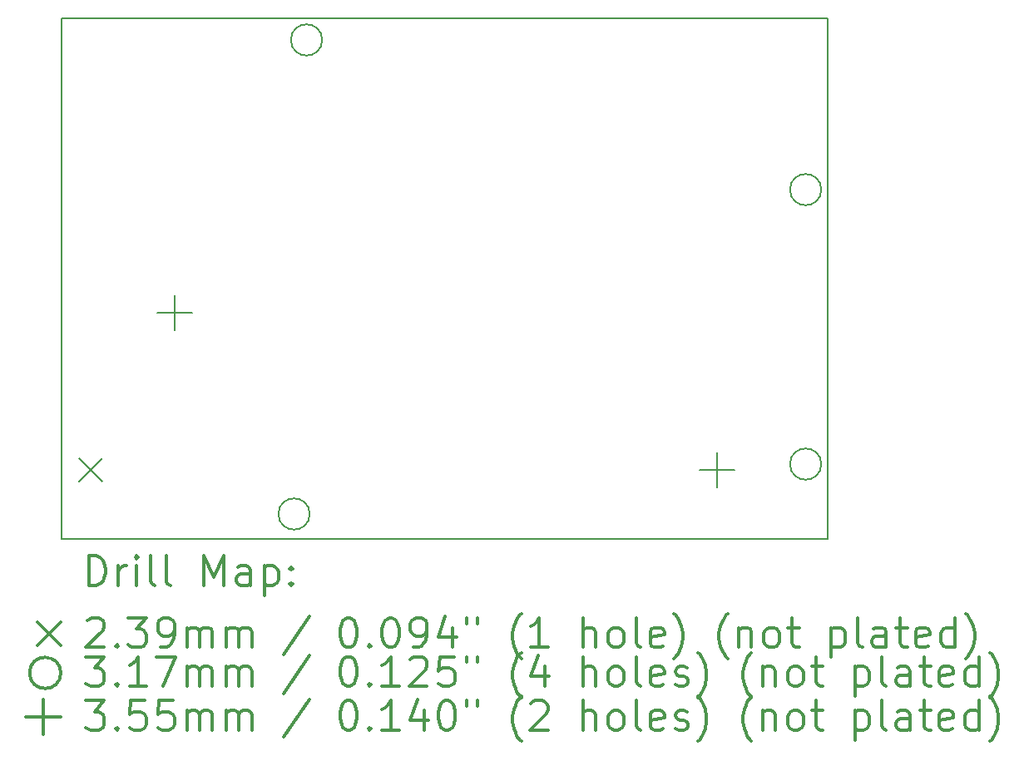
<source format=gbr>
%FSLAX45Y45*%
G04 Gerber Fmt 4.5, Leading zero omitted, Abs format (unit mm)*
G04 Created by KiCad (PCBNEW 5.0.2-bee76a0~70~ubuntu18.04.1) date Mi 12 Dez 2018 00:11:58 CET*
%MOMM*%
%LPD*%
G01*
G04 APERTURE LIST*
%ADD10C,0.150000*%
%ADD11C,0.200000*%
%ADD12C,0.300000*%
G04 APERTURE END LIST*
D10*
X12300000Y-13000000D02*
X12300000Y-7700000D01*
X4500000Y-7700000D02*
X4500000Y-13000000D01*
X12300000Y-7700000D02*
X4500000Y-7700000D01*
X4500000Y-13000000D02*
X12300000Y-13000000D01*
D11*
X4679500Y-12180500D02*
X4918500Y-12419500D01*
X4918500Y-12180500D02*
X4679500Y-12419500D01*
X7025750Y-12746000D02*
G75*
G03X7025750Y-12746000I-158750J0D01*
G01*
X7152750Y-7920000D02*
G75*
G03X7152750Y-7920000I-158750J0D01*
G01*
X12232750Y-9444000D02*
G75*
G03X12232750Y-9444000I-158750J0D01*
G01*
X12232750Y-12238000D02*
G75*
G03X12232750Y-12238000I-158750J0D01*
G01*
X5650000Y-10522500D02*
X5650000Y-10877500D01*
X5472500Y-10700000D02*
X5827500Y-10700000D01*
X11170000Y-12122500D02*
X11170000Y-12477500D01*
X10992500Y-12300000D02*
X11347500Y-12300000D01*
D12*
X4778928Y-13473214D02*
X4778928Y-13173214D01*
X4850357Y-13173214D01*
X4893214Y-13187500D01*
X4921786Y-13216071D01*
X4936071Y-13244643D01*
X4950357Y-13301786D01*
X4950357Y-13344643D01*
X4936071Y-13401786D01*
X4921786Y-13430357D01*
X4893214Y-13458929D01*
X4850357Y-13473214D01*
X4778928Y-13473214D01*
X5078928Y-13473214D02*
X5078928Y-13273214D01*
X5078928Y-13330357D02*
X5093214Y-13301786D01*
X5107500Y-13287500D01*
X5136071Y-13273214D01*
X5164643Y-13273214D01*
X5264643Y-13473214D02*
X5264643Y-13273214D01*
X5264643Y-13173214D02*
X5250357Y-13187500D01*
X5264643Y-13201786D01*
X5278928Y-13187500D01*
X5264643Y-13173214D01*
X5264643Y-13201786D01*
X5450357Y-13473214D02*
X5421786Y-13458929D01*
X5407500Y-13430357D01*
X5407500Y-13173214D01*
X5607500Y-13473214D02*
X5578928Y-13458929D01*
X5564643Y-13430357D01*
X5564643Y-13173214D01*
X5950357Y-13473214D02*
X5950357Y-13173214D01*
X6050357Y-13387500D01*
X6150357Y-13173214D01*
X6150357Y-13473214D01*
X6421786Y-13473214D02*
X6421786Y-13316071D01*
X6407500Y-13287500D01*
X6378928Y-13273214D01*
X6321786Y-13273214D01*
X6293214Y-13287500D01*
X6421786Y-13458929D02*
X6393214Y-13473214D01*
X6321786Y-13473214D01*
X6293214Y-13458929D01*
X6278928Y-13430357D01*
X6278928Y-13401786D01*
X6293214Y-13373214D01*
X6321786Y-13358929D01*
X6393214Y-13358929D01*
X6421786Y-13344643D01*
X6564643Y-13273214D02*
X6564643Y-13573214D01*
X6564643Y-13287500D02*
X6593214Y-13273214D01*
X6650357Y-13273214D01*
X6678928Y-13287500D01*
X6693214Y-13301786D01*
X6707500Y-13330357D01*
X6707500Y-13416071D01*
X6693214Y-13444643D01*
X6678928Y-13458929D01*
X6650357Y-13473214D01*
X6593214Y-13473214D01*
X6564643Y-13458929D01*
X6836071Y-13444643D02*
X6850357Y-13458929D01*
X6836071Y-13473214D01*
X6821786Y-13458929D01*
X6836071Y-13444643D01*
X6836071Y-13473214D01*
X6836071Y-13287500D02*
X6850357Y-13301786D01*
X6836071Y-13316071D01*
X6821786Y-13301786D01*
X6836071Y-13287500D01*
X6836071Y-13316071D01*
X4253500Y-13848000D02*
X4492500Y-14087000D01*
X4492500Y-13848000D02*
X4253500Y-14087000D01*
X4764643Y-13831786D02*
X4778928Y-13817500D01*
X4807500Y-13803214D01*
X4878928Y-13803214D01*
X4907500Y-13817500D01*
X4921786Y-13831786D01*
X4936071Y-13860357D01*
X4936071Y-13888929D01*
X4921786Y-13931786D01*
X4750357Y-14103214D01*
X4936071Y-14103214D01*
X5064643Y-14074643D02*
X5078928Y-14088929D01*
X5064643Y-14103214D01*
X5050357Y-14088929D01*
X5064643Y-14074643D01*
X5064643Y-14103214D01*
X5178928Y-13803214D02*
X5364643Y-13803214D01*
X5264643Y-13917500D01*
X5307500Y-13917500D01*
X5336071Y-13931786D01*
X5350357Y-13946071D01*
X5364643Y-13974643D01*
X5364643Y-14046071D01*
X5350357Y-14074643D01*
X5336071Y-14088929D01*
X5307500Y-14103214D01*
X5221786Y-14103214D01*
X5193214Y-14088929D01*
X5178928Y-14074643D01*
X5507500Y-14103214D02*
X5564643Y-14103214D01*
X5593214Y-14088929D01*
X5607500Y-14074643D01*
X5636071Y-14031786D01*
X5650357Y-13974643D01*
X5650357Y-13860357D01*
X5636071Y-13831786D01*
X5621786Y-13817500D01*
X5593214Y-13803214D01*
X5536071Y-13803214D01*
X5507500Y-13817500D01*
X5493214Y-13831786D01*
X5478928Y-13860357D01*
X5478928Y-13931786D01*
X5493214Y-13960357D01*
X5507500Y-13974643D01*
X5536071Y-13988929D01*
X5593214Y-13988929D01*
X5621786Y-13974643D01*
X5636071Y-13960357D01*
X5650357Y-13931786D01*
X5778928Y-14103214D02*
X5778928Y-13903214D01*
X5778928Y-13931786D02*
X5793214Y-13917500D01*
X5821786Y-13903214D01*
X5864643Y-13903214D01*
X5893214Y-13917500D01*
X5907500Y-13946071D01*
X5907500Y-14103214D01*
X5907500Y-13946071D02*
X5921786Y-13917500D01*
X5950357Y-13903214D01*
X5993214Y-13903214D01*
X6021786Y-13917500D01*
X6036071Y-13946071D01*
X6036071Y-14103214D01*
X6178928Y-14103214D02*
X6178928Y-13903214D01*
X6178928Y-13931786D02*
X6193214Y-13917500D01*
X6221786Y-13903214D01*
X6264643Y-13903214D01*
X6293214Y-13917500D01*
X6307500Y-13946071D01*
X6307500Y-14103214D01*
X6307500Y-13946071D02*
X6321786Y-13917500D01*
X6350357Y-13903214D01*
X6393214Y-13903214D01*
X6421786Y-13917500D01*
X6436071Y-13946071D01*
X6436071Y-14103214D01*
X7021786Y-13788929D02*
X6764643Y-14174643D01*
X7407500Y-13803214D02*
X7436071Y-13803214D01*
X7464643Y-13817500D01*
X7478928Y-13831786D01*
X7493214Y-13860357D01*
X7507500Y-13917500D01*
X7507500Y-13988929D01*
X7493214Y-14046071D01*
X7478928Y-14074643D01*
X7464643Y-14088929D01*
X7436071Y-14103214D01*
X7407500Y-14103214D01*
X7378928Y-14088929D01*
X7364643Y-14074643D01*
X7350357Y-14046071D01*
X7336071Y-13988929D01*
X7336071Y-13917500D01*
X7350357Y-13860357D01*
X7364643Y-13831786D01*
X7378928Y-13817500D01*
X7407500Y-13803214D01*
X7636071Y-14074643D02*
X7650357Y-14088929D01*
X7636071Y-14103214D01*
X7621786Y-14088929D01*
X7636071Y-14074643D01*
X7636071Y-14103214D01*
X7836071Y-13803214D02*
X7864643Y-13803214D01*
X7893214Y-13817500D01*
X7907500Y-13831786D01*
X7921786Y-13860357D01*
X7936071Y-13917500D01*
X7936071Y-13988929D01*
X7921786Y-14046071D01*
X7907500Y-14074643D01*
X7893214Y-14088929D01*
X7864643Y-14103214D01*
X7836071Y-14103214D01*
X7807500Y-14088929D01*
X7793214Y-14074643D01*
X7778928Y-14046071D01*
X7764643Y-13988929D01*
X7764643Y-13917500D01*
X7778928Y-13860357D01*
X7793214Y-13831786D01*
X7807500Y-13817500D01*
X7836071Y-13803214D01*
X8078928Y-14103214D02*
X8136071Y-14103214D01*
X8164643Y-14088929D01*
X8178928Y-14074643D01*
X8207500Y-14031786D01*
X8221786Y-13974643D01*
X8221786Y-13860357D01*
X8207500Y-13831786D01*
X8193214Y-13817500D01*
X8164643Y-13803214D01*
X8107500Y-13803214D01*
X8078928Y-13817500D01*
X8064643Y-13831786D01*
X8050357Y-13860357D01*
X8050357Y-13931786D01*
X8064643Y-13960357D01*
X8078928Y-13974643D01*
X8107500Y-13988929D01*
X8164643Y-13988929D01*
X8193214Y-13974643D01*
X8207500Y-13960357D01*
X8221786Y-13931786D01*
X8478928Y-13903214D02*
X8478928Y-14103214D01*
X8407500Y-13788929D02*
X8336071Y-14003214D01*
X8521786Y-14003214D01*
X8621786Y-13803214D02*
X8621786Y-13860357D01*
X8736071Y-13803214D02*
X8736071Y-13860357D01*
X9178928Y-14217500D02*
X9164643Y-14203214D01*
X9136071Y-14160357D01*
X9121786Y-14131786D01*
X9107500Y-14088929D01*
X9093214Y-14017500D01*
X9093214Y-13960357D01*
X9107500Y-13888929D01*
X9121786Y-13846071D01*
X9136071Y-13817500D01*
X9164643Y-13774643D01*
X9178928Y-13760357D01*
X9450357Y-14103214D02*
X9278928Y-14103214D01*
X9364643Y-14103214D02*
X9364643Y-13803214D01*
X9336071Y-13846071D01*
X9307500Y-13874643D01*
X9278928Y-13888929D01*
X9807500Y-14103214D02*
X9807500Y-13803214D01*
X9936071Y-14103214D02*
X9936071Y-13946071D01*
X9921786Y-13917500D01*
X9893214Y-13903214D01*
X9850357Y-13903214D01*
X9821786Y-13917500D01*
X9807500Y-13931786D01*
X10121786Y-14103214D02*
X10093214Y-14088929D01*
X10078928Y-14074643D01*
X10064643Y-14046071D01*
X10064643Y-13960357D01*
X10078928Y-13931786D01*
X10093214Y-13917500D01*
X10121786Y-13903214D01*
X10164643Y-13903214D01*
X10193214Y-13917500D01*
X10207500Y-13931786D01*
X10221786Y-13960357D01*
X10221786Y-14046071D01*
X10207500Y-14074643D01*
X10193214Y-14088929D01*
X10164643Y-14103214D01*
X10121786Y-14103214D01*
X10393214Y-14103214D02*
X10364643Y-14088929D01*
X10350357Y-14060357D01*
X10350357Y-13803214D01*
X10621786Y-14088929D02*
X10593214Y-14103214D01*
X10536071Y-14103214D01*
X10507500Y-14088929D01*
X10493214Y-14060357D01*
X10493214Y-13946071D01*
X10507500Y-13917500D01*
X10536071Y-13903214D01*
X10593214Y-13903214D01*
X10621786Y-13917500D01*
X10636071Y-13946071D01*
X10636071Y-13974643D01*
X10493214Y-14003214D01*
X10736071Y-14217500D02*
X10750357Y-14203214D01*
X10778928Y-14160357D01*
X10793214Y-14131786D01*
X10807500Y-14088929D01*
X10821786Y-14017500D01*
X10821786Y-13960357D01*
X10807500Y-13888929D01*
X10793214Y-13846071D01*
X10778928Y-13817500D01*
X10750357Y-13774643D01*
X10736071Y-13760357D01*
X11278928Y-14217500D02*
X11264643Y-14203214D01*
X11236071Y-14160357D01*
X11221786Y-14131786D01*
X11207500Y-14088929D01*
X11193214Y-14017500D01*
X11193214Y-13960357D01*
X11207500Y-13888929D01*
X11221786Y-13846071D01*
X11236071Y-13817500D01*
X11264643Y-13774643D01*
X11278928Y-13760357D01*
X11393214Y-13903214D02*
X11393214Y-14103214D01*
X11393214Y-13931786D02*
X11407500Y-13917500D01*
X11436071Y-13903214D01*
X11478928Y-13903214D01*
X11507500Y-13917500D01*
X11521786Y-13946071D01*
X11521786Y-14103214D01*
X11707500Y-14103214D02*
X11678928Y-14088929D01*
X11664643Y-14074643D01*
X11650357Y-14046071D01*
X11650357Y-13960357D01*
X11664643Y-13931786D01*
X11678928Y-13917500D01*
X11707500Y-13903214D01*
X11750357Y-13903214D01*
X11778928Y-13917500D01*
X11793214Y-13931786D01*
X11807500Y-13960357D01*
X11807500Y-14046071D01*
X11793214Y-14074643D01*
X11778928Y-14088929D01*
X11750357Y-14103214D01*
X11707500Y-14103214D01*
X11893214Y-13903214D02*
X12007500Y-13903214D01*
X11936071Y-13803214D02*
X11936071Y-14060357D01*
X11950357Y-14088929D01*
X11978928Y-14103214D01*
X12007500Y-14103214D01*
X12336071Y-13903214D02*
X12336071Y-14203214D01*
X12336071Y-13917500D02*
X12364643Y-13903214D01*
X12421786Y-13903214D01*
X12450357Y-13917500D01*
X12464643Y-13931786D01*
X12478928Y-13960357D01*
X12478928Y-14046071D01*
X12464643Y-14074643D01*
X12450357Y-14088929D01*
X12421786Y-14103214D01*
X12364643Y-14103214D01*
X12336071Y-14088929D01*
X12650357Y-14103214D02*
X12621786Y-14088929D01*
X12607500Y-14060357D01*
X12607500Y-13803214D01*
X12893214Y-14103214D02*
X12893214Y-13946071D01*
X12878928Y-13917500D01*
X12850357Y-13903214D01*
X12793214Y-13903214D01*
X12764643Y-13917500D01*
X12893214Y-14088929D02*
X12864643Y-14103214D01*
X12793214Y-14103214D01*
X12764643Y-14088929D01*
X12750357Y-14060357D01*
X12750357Y-14031786D01*
X12764643Y-14003214D01*
X12793214Y-13988929D01*
X12864643Y-13988929D01*
X12893214Y-13974643D01*
X12993214Y-13903214D02*
X13107500Y-13903214D01*
X13036071Y-13803214D02*
X13036071Y-14060357D01*
X13050357Y-14088929D01*
X13078928Y-14103214D01*
X13107500Y-14103214D01*
X13321786Y-14088929D02*
X13293214Y-14103214D01*
X13236071Y-14103214D01*
X13207500Y-14088929D01*
X13193214Y-14060357D01*
X13193214Y-13946071D01*
X13207500Y-13917500D01*
X13236071Y-13903214D01*
X13293214Y-13903214D01*
X13321786Y-13917500D01*
X13336071Y-13946071D01*
X13336071Y-13974643D01*
X13193214Y-14003214D01*
X13593214Y-14103214D02*
X13593214Y-13803214D01*
X13593214Y-14088929D02*
X13564643Y-14103214D01*
X13507500Y-14103214D01*
X13478928Y-14088929D01*
X13464643Y-14074643D01*
X13450357Y-14046071D01*
X13450357Y-13960357D01*
X13464643Y-13931786D01*
X13478928Y-13917500D01*
X13507500Y-13903214D01*
X13564643Y-13903214D01*
X13593214Y-13917500D01*
X13707500Y-14217500D02*
X13721786Y-14203214D01*
X13750357Y-14160357D01*
X13764643Y-14131786D01*
X13778928Y-14088929D01*
X13793214Y-14017500D01*
X13793214Y-13960357D01*
X13778928Y-13888929D01*
X13764643Y-13846071D01*
X13750357Y-13817500D01*
X13721786Y-13774643D01*
X13707500Y-13760357D01*
X4492500Y-14363500D02*
G75*
G03X4492500Y-14363500I-158750J0D01*
G01*
X4750357Y-14199214D02*
X4936071Y-14199214D01*
X4836071Y-14313500D01*
X4878928Y-14313500D01*
X4907500Y-14327786D01*
X4921786Y-14342071D01*
X4936071Y-14370643D01*
X4936071Y-14442071D01*
X4921786Y-14470643D01*
X4907500Y-14484929D01*
X4878928Y-14499214D01*
X4793214Y-14499214D01*
X4764643Y-14484929D01*
X4750357Y-14470643D01*
X5064643Y-14470643D02*
X5078928Y-14484929D01*
X5064643Y-14499214D01*
X5050357Y-14484929D01*
X5064643Y-14470643D01*
X5064643Y-14499214D01*
X5364643Y-14499214D02*
X5193214Y-14499214D01*
X5278928Y-14499214D02*
X5278928Y-14199214D01*
X5250357Y-14242071D01*
X5221786Y-14270643D01*
X5193214Y-14284929D01*
X5464643Y-14199214D02*
X5664643Y-14199214D01*
X5536071Y-14499214D01*
X5778928Y-14499214D02*
X5778928Y-14299214D01*
X5778928Y-14327786D02*
X5793214Y-14313500D01*
X5821786Y-14299214D01*
X5864643Y-14299214D01*
X5893214Y-14313500D01*
X5907500Y-14342071D01*
X5907500Y-14499214D01*
X5907500Y-14342071D02*
X5921786Y-14313500D01*
X5950357Y-14299214D01*
X5993214Y-14299214D01*
X6021786Y-14313500D01*
X6036071Y-14342071D01*
X6036071Y-14499214D01*
X6178928Y-14499214D02*
X6178928Y-14299214D01*
X6178928Y-14327786D02*
X6193214Y-14313500D01*
X6221786Y-14299214D01*
X6264643Y-14299214D01*
X6293214Y-14313500D01*
X6307500Y-14342071D01*
X6307500Y-14499214D01*
X6307500Y-14342071D02*
X6321786Y-14313500D01*
X6350357Y-14299214D01*
X6393214Y-14299214D01*
X6421786Y-14313500D01*
X6436071Y-14342071D01*
X6436071Y-14499214D01*
X7021786Y-14184929D02*
X6764643Y-14570643D01*
X7407500Y-14199214D02*
X7436071Y-14199214D01*
X7464643Y-14213500D01*
X7478928Y-14227786D01*
X7493214Y-14256357D01*
X7507500Y-14313500D01*
X7507500Y-14384929D01*
X7493214Y-14442071D01*
X7478928Y-14470643D01*
X7464643Y-14484929D01*
X7436071Y-14499214D01*
X7407500Y-14499214D01*
X7378928Y-14484929D01*
X7364643Y-14470643D01*
X7350357Y-14442071D01*
X7336071Y-14384929D01*
X7336071Y-14313500D01*
X7350357Y-14256357D01*
X7364643Y-14227786D01*
X7378928Y-14213500D01*
X7407500Y-14199214D01*
X7636071Y-14470643D02*
X7650357Y-14484929D01*
X7636071Y-14499214D01*
X7621786Y-14484929D01*
X7636071Y-14470643D01*
X7636071Y-14499214D01*
X7936071Y-14499214D02*
X7764643Y-14499214D01*
X7850357Y-14499214D02*
X7850357Y-14199214D01*
X7821786Y-14242071D01*
X7793214Y-14270643D01*
X7764643Y-14284929D01*
X8050357Y-14227786D02*
X8064643Y-14213500D01*
X8093214Y-14199214D01*
X8164643Y-14199214D01*
X8193214Y-14213500D01*
X8207500Y-14227786D01*
X8221786Y-14256357D01*
X8221786Y-14284929D01*
X8207500Y-14327786D01*
X8036071Y-14499214D01*
X8221786Y-14499214D01*
X8493214Y-14199214D02*
X8350357Y-14199214D01*
X8336071Y-14342071D01*
X8350357Y-14327786D01*
X8378928Y-14313500D01*
X8450357Y-14313500D01*
X8478928Y-14327786D01*
X8493214Y-14342071D01*
X8507500Y-14370643D01*
X8507500Y-14442071D01*
X8493214Y-14470643D01*
X8478928Y-14484929D01*
X8450357Y-14499214D01*
X8378928Y-14499214D01*
X8350357Y-14484929D01*
X8336071Y-14470643D01*
X8621786Y-14199214D02*
X8621786Y-14256357D01*
X8736071Y-14199214D02*
X8736071Y-14256357D01*
X9178928Y-14613500D02*
X9164643Y-14599214D01*
X9136071Y-14556357D01*
X9121786Y-14527786D01*
X9107500Y-14484929D01*
X9093214Y-14413500D01*
X9093214Y-14356357D01*
X9107500Y-14284929D01*
X9121786Y-14242071D01*
X9136071Y-14213500D01*
X9164643Y-14170643D01*
X9178928Y-14156357D01*
X9421786Y-14299214D02*
X9421786Y-14499214D01*
X9350357Y-14184929D02*
X9278928Y-14399214D01*
X9464643Y-14399214D01*
X9807500Y-14499214D02*
X9807500Y-14199214D01*
X9936071Y-14499214D02*
X9936071Y-14342071D01*
X9921786Y-14313500D01*
X9893214Y-14299214D01*
X9850357Y-14299214D01*
X9821786Y-14313500D01*
X9807500Y-14327786D01*
X10121786Y-14499214D02*
X10093214Y-14484929D01*
X10078928Y-14470643D01*
X10064643Y-14442071D01*
X10064643Y-14356357D01*
X10078928Y-14327786D01*
X10093214Y-14313500D01*
X10121786Y-14299214D01*
X10164643Y-14299214D01*
X10193214Y-14313500D01*
X10207500Y-14327786D01*
X10221786Y-14356357D01*
X10221786Y-14442071D01*
X10207500Y-14470643D01*
X10193214Y-14484929D01*
X10164643Y-14499214D01*
X10121786Y-14499214D01*
X10393214Y-14499214D02*
X10364643Y-14484929D01*
X10350357Y-14456357D01*
X10350357Y-14199214D01*
X10621786Y-14484929D02*
X10593214Y-14499214D01*
X10536071Y-14499214D01*
X10507500Y-14484929D01*
X10493214Y-14456357D01*
X10493214Y-14342071D01*
X10507500Y-14313500D01*
X10536071Y-14299214D01*
X10593214Y-14299214D01*
X10621786Y-14313500D01*
X10636071Y-14342071D01*
X10636071Y-14370643D01*
X10493214Y-14399214D01*
X10750357Y-14484929D02*
X10778928Y-14499214D01*
X10836071Y-14499214D01*
X10864643Y-14484929D01*
X10878928Y-14456357D01*
X10878928Y-14442071D01*
X10864643Y-14413500D01*
X10836071Y-14399214D01*
X10793214Y-14399214D01*
X10764643Y-14384929D01*
X10750357Y-14356357D01*
X10750357Y-14342071D01*
X10764643Y-14313500D01*
X10793214Y-14299214D01*
X10836071Y-14299214D01*
X10864643Y-14313500D01*
X10978928Y-14613500D02*
X10993214Y-14599214D01*
X11021786Y-14556357D01*
X11036071Y-14527786D01*
X11050357Y-14484929D01*
X11064643Y-14413500D01*
X11064643Y-14356357D01*
X11050357Y-14284929D01*
X11036071Y-14242071D01*
X11021786Y-14213500D01*
X10993214Y-14170643D01*
X10978928Y-14156357D01*
X11521786Y-14613500D02*
X11507500Y-14599214D01*
X11478928Y-14556357D01*
X11464643Y-14527786D01*
X11450357Y-14484929D01*
X11436071Y-14413500D01*
X11436071Y-14356357D01*
X11450357Y-14284929D01*
X11464643Y-14242071D01*
X11478928Y-14213500D01*
X11507500Y-14170643D01*
X11521786Y-14156357D01*
X11636071Y-14299214D02*
X11636071Y-14499214D01*
X11636071Y-14327786D02*
X11650357Y-14313500D01*
X11678928Y-14299214D01*
X11721786Y-14299214D01*
X11750357Y-14313500D01*
X11764643Y-14342071D01*
X11764643Y-14499214D01*
X11950357Y-14499214D02*
X11921786Y-14484929D01*
X11907500Y-14470643D01*
X11893214Y-14442071D01*
X11893214Y-14356357D01*
X11907500Y-14327786D01*
X11921786Y-14313500D01*
X11950357Y-14299214D01*
X11993214Y-14299214D01*
X12021786Y-14313500D01*
X12036071Y-14327786D01*
X12050357Y-14356357D01*
X12050357Y-14442071D01*
X12036071Y-14470643D01*
X12021786Y-14484929D01*
X11993214Y-14499214D01*
X11950357Y-14499214D01*
X12136071Y-14299214D02*
X12250357Y-14299214D01*
X12178928Y-14199214D02*
X12178928Y-14456357D01*
X12193214Y-14484929D01*
X12221786Y-14499214D01*
X12250357Y-14499214D01*
X12578928Y-14299214D02*
X12578928Y-14599214D01*
X12578928Y-14313500D02*
X12607500Y-14299214D01*
X12664643Y-14299214D01*
X12693214Y-14313500D01*
X12707500Y-14327786D01*
X12721786Y-14356357D01*
X12721786Y-14442071D01*
X12707500Y-14470643D01*
X12693214Y-14484929D01*
X12664643Y-14499214D01*
X12607500Y-14499214D01*
X12578928Y-14484929D01*
X12893214Y-14499214D02*
X12864643Y-14484929D01*
X12850357Y-14456357D01*
X12850357Y-14199214D01*
X13136071Y-14499214D02*
X13136071Y-14342071D01*
X13121786Y-14313500D01*
X13093214Y-14299214D01*
X13036071Y-14299214D01*
X13007500Y-14313500D01*
X13136071Y-14484929D02*
X13107500Y-14499214D01*
X13036071Y-14499214D01*
X13007500Y-14484929D01*
X12993214Y-14456357D01*
X12993214Y-14427786D01*
X13007500Y-14399214D01*
X13036071Y-14384929D01*
X13107500Y-14384929D01*
X13136071Y-14370643D01*
X13236071Y-14299214D02*
X13350357Y-14299214D01*
X13278928Y-14199214D02*
X13278928Y-14456357D01*
X13293214Y-14484929D01*
X13321786Y-14499214D01*
X13350357Y-14499214D01*
X13564643Y-14484929D02*
X13536071Y-14499214D01*
X13478928Y-14499214D01*
X13450357Y-14484929D01*
X13436071Y-14456357D01*
X13436071Y-14342071D01*
X13450357Y-14313500D01*
X13478928Y-14299214D01*
X13536071Y-14299214D01*
X13564643Y-14313500D01*
X13578928Y-14342071D01*
X13578928Y-14370643D01*
X13436071Y-14399214D01*
X13836071Y-14499214D02*
X13836071Y-14199214D01*
X13836071Y-14484929D02*
X13807500Y-14499214D01*
X13750357Y-14499214D01*
X13721786Y-14484929D01*
X13707500Y-14470643D01*
X13693214Y-14442071D01*
X13693214Y-14356357D01*
X13707500Y-14327786D01*
X13721786Y-14313500D01*
X13750357Y-14299214D01*
X13807500Y-14299214D01*
X13836071Y-14313500D01*
X13950357Y-14613500D02*
X13964643Y-14599214D01*
X13993214Y-14556357D01*
X14007500Y-14527786D01*
X14021786Y-14484929D01*
X14036071Y-14413500D01*
X14036071Y-14356357D01*
X14021786Y-14284929D01*
X14007500Y-14242071D01*
X13993214Y-14213500D01*
X13964643Y-14170643D01*
X13950357Y-14156357D01*
X4315000Y-14633500D02*
X4315000Y-14988500D01*
X4137500Y-14811000D02*
X4492500Y-14811000D01*
X4750357Y-14646714D02*
X4936071Y-14646714D01*
X4836071Y-14761000D01*
X4878928Y-14761000D01*
X4907500Y-14775286D01*
X4921786Y-14789571D01*
X4936071Y-14818143D01*
X4936071Y-14889571D01*
X4921786Y-14918143D01*
X4907500Y-14932429D01*
X4878928Y-14946714D01*
X4793214Y-14946714D01*
X4764643Y-14932429D01*
X4750357Y-14918143D01*
X5064643Y-14918143D02*
X5078928Y-14932429D01*
X5064643Y-14946714D01*
X5050357Y-14932429D01*
X5064643Y-14918143D01*
X5064643Y-14946714D01*
X5350357Y-14646714D02*
X5207500Y-14646714D01*
X5193214Y-14789571D01*
X5207500Y-14775286D01*
X5236071Y-14761000D01*
X5307500Y-14761000D01*
X5336071Y-14775286D01*
X5350357Y-14789571D01*
X5364643Y-14818143D01*
X5364643Y-14889571D01*
X5350357Y-14918143D01*
X5336071Y-14932429D01*
X5307500Y-14946714D01*
X5236071Y-14946714D01*
X5207500Y-14932429D01*
X5193214Y-14918143D01*
X5636071Y-14646714D02*
X5493214Y-14646714D01*
X5478928Y-14789571D01*
X5493214Y-14775286D01*
X5521786Y-14761000D01*
X5593214Y-14761000D01*
X5621786Y-14775286D01*
X5636071Y-14789571D01*
X5650357Y-14818143D01*
X5650357Y-14889571D01*
X5636071Y-14918143D01*
X5621786Y-14932429D01*
X5593214Y-14946714D01*
X5521786Y-14946714D01*
X5493214Y-14932429D01*
X5478928Y-14918143D01*
X5778928Y-14946714D02*
X5778928Y-14746714D01*
X5778928Y-14775286D02*
X5793214Y-14761000D01*
X5821786Y-14746714D01*
X5864643Y-14746714D01*
X5893214Y-14761000D01*
X5907500Y-14789571D01*
X5907500Y-14946714D01*
X5907500Y-14789571D02*
X5921786Y-14761000D01*
X5950357Y-14746714D01*
X5993214Y-14746714D01*
X6021786Y-14761000D01*
X6036071Y-14789571D01*
X6036071Y-14946714D01*
X6178928Y-14946714D02*
X6178928Y-14746714D01*
X6178928Y-14775286D02*
X6193214Y-14761000D01*
X6221786Y-14746714D01*
X6264643Y-14746714D01*
X6293214Y-14761000D01*
X6307500Y-14789571D01*
X6307500Y-14946714D01*
X6307500Y-14789571D02*
X6321786Y-14761000D01*
X6350357Y-14746714D01*
X6393214Y-14746714D01*
X6421786Y-14761000D01*
X6436071Y-14789571D01*
X6436071Y-14946714D01*
X7021786Y-14632429D02*
X6764643Y-15018143D01*
X7407500Y-14646714D02*
X7436071Y-14646714D01*
X7464643Y-14661000D01*
X7478928Y-14675286D01*
X7493214Y-14703857D01*
X7507500Y-14761000D01*
X7507500Y-14832429D01*
X7493214Y-14889571D01*
X7478928Y-14918143D01*
X7464643Y-14932429D01*
X7436071Y-14946714D01*
X7407500Y-14946714D01*
X7378928Y-14932429D01*
X7364643Y-14918143D01*
X7350357Y-14889571D01*
X7336071Y-14832429D01*
X7336071Y-14761000D01*
X7350357Y-14703857D01*
X7364643Y-14675286D01*
X7378928Y-14661000D01*
X7407500Y-14646714D01*
X7636071Y-14918143D02*
X7650357Y-14932429D01*
X7636071Y-14946714D01*
X7621786Y-14932429D01*
X7636071Y-14918143D01*
X7636071Y-14946714D01*
X7936071Y-14946714D02*
X7764643Y-14946714D01*
X7850357Y-14946714D02*
X7850357Y-14646714D01*
X7821786Y-14689571D01*
X7793214Y-14718143D01*
X7764643Y-14732429D01*
X8193214Y-14746714D02*
X8193214Y-14946714D01*
X8121786Y-14632429D02*
X8050357Y-14846714D01*
X8236071Y-14846714D01*
X8407500Y-14646714D02*
X8436071Y-14646714D01*
X8464643Y-14661000D01*
X8478928Y-14675286D01*
X8493214Y-14703857D01*
X8507500Y-14761000D01*
X8507500Y-14832429D01*
X8493214Y-14889571D01*
X8478928Y-14918143D01*
X8464643Y-14932429D01*
X8436071Y-14946714D01*
X8407500Y-14946714D01*
X8378928Y-14932429D01*
X8364643Y-14918143D01*
X8350357Y-14889571D01*
X8336071Y-14832429D01*
X8336071Y-14761000D01*
X8350357Y-14703857D01*
X8364643Y-14675286D01*
X8378928Y-14661000D01*
X8407500Y-14646714D01*
X8621786Y-14646714D02*
X8621786Y-14703857D01*
X8736071Y-14646714D02*
X8736071Y-14703857D01*
X9178928Y-15061000D02*
X9164643Y-15046714D01*
X9136071Y-15003857D01*
X9121786Y-14975286D01*
X9107500Y-14932429D01*
X9093214Y-14861000D01*
X9093214Y-14803857D01*
X9107500Y-14732429D01*
X9121786Y-14689571D01*
X9136071Y-14661000D01*
X9164643Y-14618143D01*
X9178928Y-14603857D01*
X9278928Y-14675286D02*
X9293214Y-14661000D01*
X9321786Y-14646714D01*
X9393214Y-14646714D01*
X9421786Y-14661000D01*
X9436071Y-14675286D01*
X9450357Y-14703857D01*
X9450357Y-14732429D01*
X9436071Y-14775286D01*
X9264643Y-14946714D01*
X9450357Y-14946714D01*
X9807500Y-14946714D02*
X9807500Y-14646714D01*
X9936071Y-14946714D02*
X9936071Y-14789571D01*
X9921786Y-14761000D01*
X9893214Y-14746714D01*
X9850357Y-14746714D01*
X9821786Y-14761000D01*
X9807500Y-14775286D01*
X10121786Y-14946714D02*
X10093214Y-14932429D01*
X10078928Y-14918143D01*
X10064643Y-14889571D01*
X10064643Y-14803857D01*
X10078928Y-14775286D01*
X10093214Y-14761000D01*
X10121786Y-14746714D01*
X10164643Y-14746714D01*
X10193214Y-14761000D01*
X10207500Y-14775286D01*
X10221786Y-14803857D01*
X10221786Y-14889571D01*
X10207500Y-14918143D01*
X10193214Y-14932429D01*
X10164643Y-14946714D01*
X10121786Y-14946714D01*
X10393214Y-14946714D02*
X10364643Y-14932429D01*
X10350357Y-14903857D01*
X10350357Y-14646714D01*
X10621786Y-14932429D02*
X10593214Y-14946714D01*
X10536071Y-14946714D01*
X10507500Y-14932429D01*
X10493214Y-14903857D01*
X10493214Y-14789571D01*
X10507500Y-14761000D01*
X10536071Y-14746714D01*
X10593214Y-14746714D01*
X10621786Y-14761000D01*
X10636071Y-14789571D01*
X10636071Y-14818143D01*
X10493214Y-14846714D01*
X10750357Y-14932429D02*
X10778928Y-14946714D01*
X10836071Y-14946714D01*
X10864643Y-14932429D01*
X10878928Y-14903857D01*
X10878928Y-14889571D01*
X10864643Y-14861000D01*
X10836071Y-14846714D01*
X10793214Y-14846714D01*
X10764643Y-14832429D01*
X10750357Y-14803857D01*
X10750357Y-14789571D01*
X10764643Y-14761000D01*
X10793214Y-14746714D01*
X10836071Y-14746714D01*
X10864643Y-14761000D01*
X10978928Y-15061000D02*
X10993214Y-15046714D01*
X11021786Y-15003857D01*
X11036071Y-14975286D01*
X11050357Y-14932429D01*
X11064643Y-14861000D01*
X11064643Y-14803857D01*
X11050357Y-14732429D01*
X11036071Y-14689571D01*
X11021786Y-14661000D01*
X10993214Y-14618143D01*
X10978928Y-14603857D01*
X11521786Y-15061000D02*
X11507500Y-15046714D01*
X11478928Y-15003857D01*
X11464643Y-14975286D01*
X11450357Y-14932429D01*
X11436071Y-14861000D01*
X11436071Y-14803857D01*
X11450357Y-14732429D01*
X11464643Y-14689571D01*
X11478928Y-14661000D01*
X11507500Y-14618143D01*
X11521786Y-14603857D01*
X11636071Y-14746714D02*
X11636071Y-14946714D01*
X11636071Y-14775286D02*
X11650357Y-14761000D01*
X11678928Y-14746714D01*
X11721786Y-14746714D01*
X11750357Y-14761000D01*
X11764643Y-14789571D01*
X11764643Y-14946714D01*
X11950357Y-14946714D02*
X11921786Y-14932429D01*
X11907500Y-14918143D01*
X11893214Y-14889571D01*
X11893214Y-14803857D01*
X11907500Y-14775286D01*
X11921786Y-14761000D01*
X11950357Y-14746714D01*
X11993214Y-14746714D01*
X12021786Y-14761000D01*
X12036071Y-14775286D01*
X12050357Y-14803857D01*
X12050357Y-14889571D01*
X12036071Y-14918143D01*
X12021786Y-14932429D01*
X11993214Y-14946714D01*
X11950357Y-14946714D01*
X12136071Y-14746714D02*
X12250357Y-14746714D01*
X12178928Y-14646714D02*
X12178928Y-14903857D01*
X12193214Y-14932429D01*
X12221786Y-14946714D01*
X12250357Y-14946714D01*
X12578928Y-14746714D02*
X12578928Y-15046714D01*
X12578928Y-14761000D02*
X12607500Y-14746714D01*
X12664643Y-14746714D01*
X12693214Y-14761000D01*
X12707500Y-14775286D01*
X12721786Y-14803857D01*
X12721786Y-14889571D01*
X12707500Y-14918143D01*
X12693214Y-14932429D01*
X12664643Y-14946714D01*
X12607500Y-14946714D01*
X12578928Y-14932429D01*
X12893214Y-14946714D02*
X12864643Y-14932429D01*
X12850357Y-14903857D01*
X12850357Y-14646714D01*
X13136071Y-14946714D02*
X13136071Y-14789571D01*
X13121786Y-14761000D01*
X13093214Y-14746714D01*
X13036071Y-14746714D01*
X13007500Y-14761000D01*
X13136071Y-14932429D02*
X13107500Y-14946714D01*
X13036071Y-14946714D01*
X13007500Y-14932429D01*
X12993214Y-14903857D01*
X12993214Y-14875286D01*
X13007500Y-14846714D01*
X13036071Y-14832429D01*
X13107500Y-14832429D01*
X13136071Y-14818143D01*
X13236071Y-14746714D02*
X13350357Y-14746714D01*
X13278928Y-14646714D02*
X13278928Y-14903857D01*
X13293214Y-14932429D01*
X13321786Y-14946714D01*
X13350357Y-14946714D01*
X13564643Y-14932429D02*
X13536071Y-14946714D01*
X13478928Y-14946714D01*
X13450357Y-14932429D01*
X13436071Y-14903857D01*
X13436071Y-14789571D01*
X13450357Y-14761000D01*
X13478928Y-14746714D01*
X13536071Y-14746714D01*
X13564643Y-14761000D01*
X13578928Y-14789571D01*
X13578928Y-14818143D01*
X13436071Y-14846714D01*
X13836071Y-14946714D02*
X13836071Y-14646714D01*
X13836071Y-14932429D02*
X13807500Y-14946714D01*
X13750357Y-14946714D01*
X13721786Y-14932429D01*
X13707500Y-14918143D01*
X13693214Y-14889571D01*
X13693214Y-14803857D01*
X13707500Y-14775286D01*
X13721786Y-14761000D01*
X13750357Y-14746714D01*
X13807500Y-14746714D01*
X13836071Y-14761000D01*
X13950357Y-15061000D02*
X13964643Y-15046714D01*
X13993214Y-15003857D01*
X14007500Y-14975286D01*
X14021786Y-14932429D01*
X14036071Y-14861000D01*
X14036071Y-14803857D01*
X14021786Y-14732429D01*
X14007500Y-14689571D01*
X13993214Y-14661000D01*
X13964643Y-14618143D01*
X13950357Y-14603857D01*
M02*

</source>
